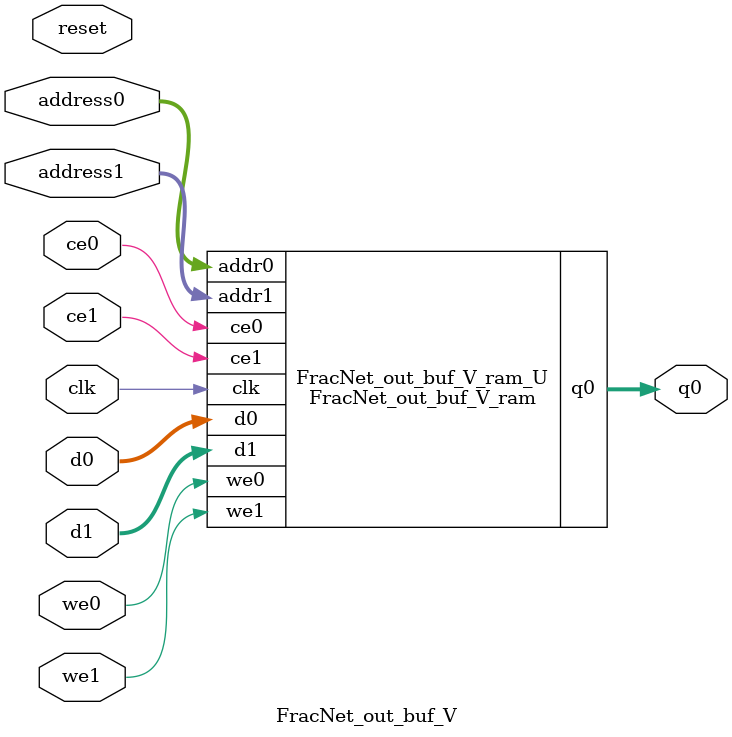
<source format=v>
`timescale 1 ns / 1 ps
module FracNet_out_buf_V_ram (addr0, ce0, d0, we0, q0, addr1, ce1, d1, we1,  clk);

parameter DWIDTH = 11;
parameter AWIDTH = 10;
parameter MEM_SIZE = 1024;

input[AWIDTH-1:0] addr0;
input ce0;
input[DWIDTH-1:0] d0;
input we0;
output reg[DWIDTH-1:0] q0;
input[AWIDTH-1:0] addr1;
input ce1;
input[DWIDTH-1:0] d1;
input we1;
input clk;

(* ram_style = "block" *)reg [DWIDTH-1:0] ram[0:MEM_SIZE-1];




always @(posedge clk)  
begin 
    if (ce0) begin
        if (we0) 
            ram[addr0] <= d0; 
        q0 <= ram[addr0];
    end
end


always @(posedge clk)  
begin 
    if (ce1) begin
        if (we1) 
            ram[addr1] <= d1; 
    end
end


endmodule

`timescale 1 ns / 1 ps
module FracNet_out_buf_V(
    reset,
    clk,
    address0,
    ce0,
    we0,
    d0,
    q0,
    address1,
    ce1,
    we1,
    d1);

parameter DataWidth = 32'd11;
parameter AddressRange = 32'd1024;
parameter AddressWidth = 32'd10;
input reset;
input clk;
input[AddressWidth - 1:0] address0;
input ce0;
input we0;
input[DataWidth - 1:0] d0;
output[DataWidth - 1:0] q0;
input[AddressWidth - 1:0] address1;
input ce1;
input we1;
input[DataWidth - 1:0] d1;



FracNet_out_buf_V_ram FracNet_out_buf_V_ram_U(
    .clk( clk ),
    .addr0( address0 ),
    .ce0( ce0 ),
    .we0( we0 ),
    .d0( d0 ),
    .q0( q0 ),
    .addr1( address1 ),
    .ce1( ce1 ),
    .we1( we1 ),
    .d1( d1 ));

endmodule


</source>
